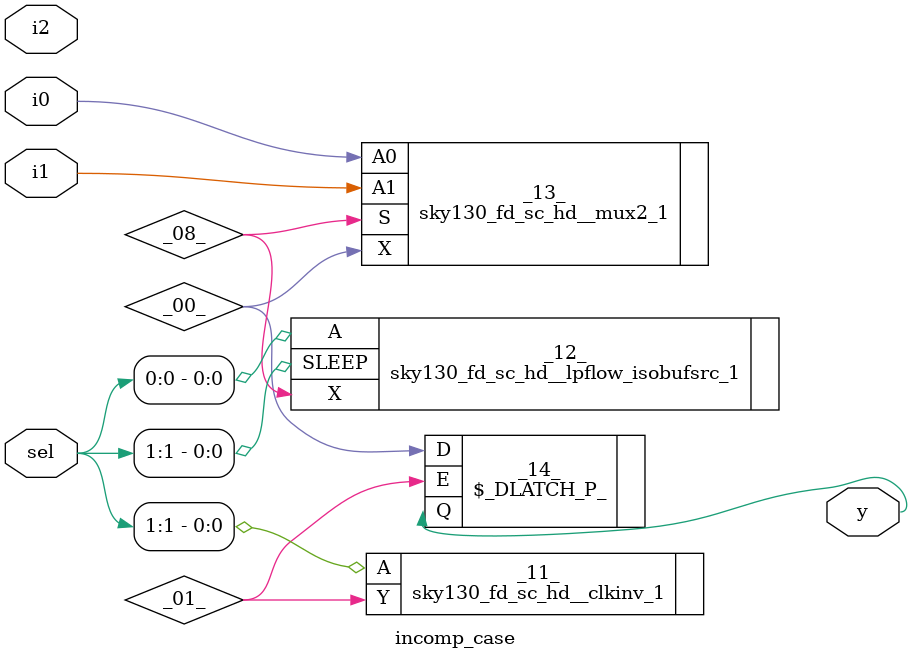
<source format=v>
/* Generated by Yosys 0.9 (git sha1 1979e0b) */

module incomp_case(i0, i1, i2, sel, y);
  wire _00_;
  wire _01_;
  wire _02_;
  wire _03_;
  wire _04_;
  wire _05_;
  wire _06_;
  wire _07_;
  wire _08_;
  wire _09_;
  wire _10_;
  input i0;
  input i1;
  input i2;
  input [1:0] sel;
  output y;
  sky130_fd_sc_hd__clkinv_1 _11_ (
    .A(_10_),
    .Y(_05_)
  );
  sky130_fd_sc_hd__lpflow_isobufsrc_1 _12_ (
    .A(_09_),
    .SLEEP(_10_),
    .X(_08_)
  );
  sky130_fd_sc_hd__mux2_1 _13_ (
    .A0(_06_),
    .A1(_07_),
    .S(_08_),
    .X(_04_)
  );
  \$_DLATCH_P_  _14_ (
    .D(_00_),
    .E(_01_),
    .Q(y)
  );
  assign _09_ = sel[0];
  assign _10_ = sel[1];
  assign _06_ = i0;
  assign _07_ = i1;
  assign _00_ = _04_;
  assign _01_ = _05_;
endmodule

</source>
